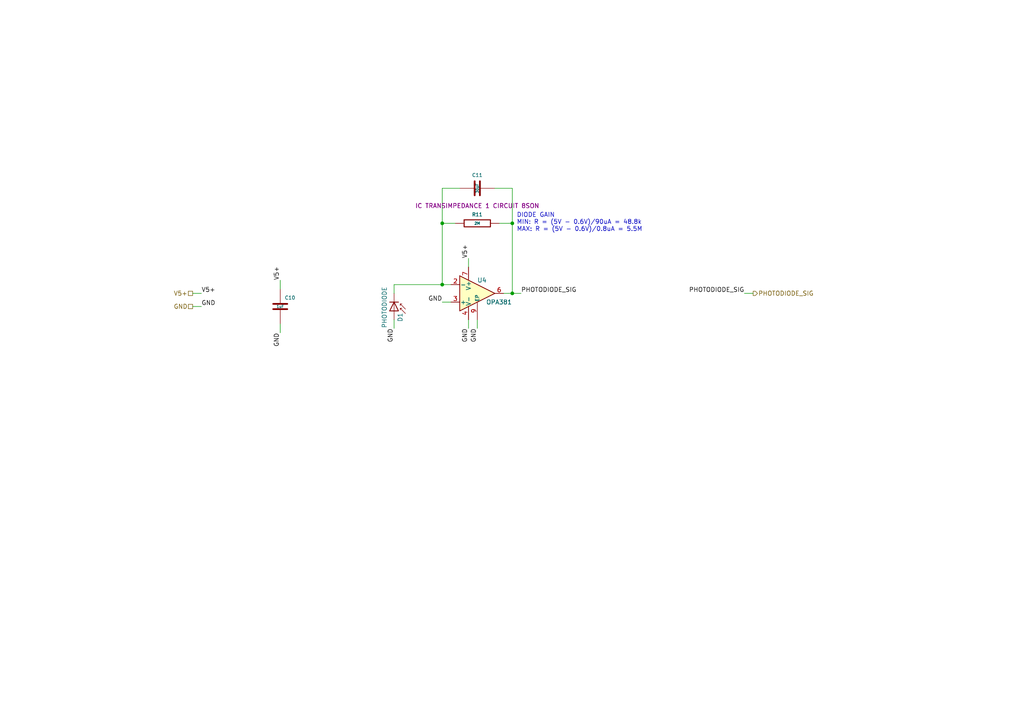
<source format=kicad_sch>
(kicad_sch (version 20250114) (generator "eeschema") (generator_version "9.0")
  (paper "A4")
  (title_block (title "farseer_pcb") (date "2023-12-14") (rev "4.0") (company "Peter Polidoro"))
  (lib_symbols
    (symbol "Janelia:C_1uF_35V_0402" (pin_numbers (hide yes)) (pin_names (offset 0.254))
      (property "Reference" "C" (at 0 2.54 0))
      (property "Value" "1uF_35V" (at 0 0 0))
      (symbol "C_1uF_35V_0402_0_1"
        (polyline (pts (xy -2.032 0.762) (xy 2.032 0.762)) (stroke (width 0.508)))
        (polyline (pts (xy -2.032 -0.762) (xy 2.032 -0.762)) (stroke (width 0.508)))
      )
      (symbol "C_1uF_35V_0402_1_1"
        (pin passive line (at 0 5.08 270) (length 4.318) (name "~") (number "1"))
        (pin passive line (at 0 -5.08 90) (length 4.318) (name "~") (number "2"))
      )
    )
    (symbol "Janelia:C_30pF_50V_0402" (pin_numbers (hide yes)) (pin_names (offset 0.254))
      (property "Reference" "C" (at 0 2.54 0))
      (property "Value" "30pF_50V" (at 0 0 0))
      (symbol "C_30pF_50V_0402_0_1"
        (polyline (pts (xy -2.032 0.762) (xy 2.032 0.762)) (stroke (width 0.508)))
        (polyline (pts (xy -2.032 -0.762) (xy 2.032 -0.762)) (stroke (width 0.508)))
      )
      (symbol "C_30pF_50V_0402_1_1"
        (pin passive line (at 0 5.08 270) (length 4.318) (name "~") (number "1"))
        (pin passive line (at 0 -5.08 90) (length 4.318) (name "~") (number "2"))
      )
    )
    (symbol "Janelia:OPA381" (pin_names (offset 0.127))
      (property "Reference" "U" (at 1.27 8.89 0))
      (property "Value" "OPA381" (at 1.27 6.35 0))
      (property "Synopsis" "IC TRANSIMPEDANCE 1 CIRCUIT 8SON" (at 0 25.4 0))
      (symbol "OPA381_0_0"
        (pin power_in line (at -2.54 7.62 270) (length 3.81) (name "V+") (number "7"))
        (pin passive line (at 0 -7.62 90) (length 5.08) (name "EP") (number "9"))
      )
      (symbol "OPA381_0_1"
        (polyline (pts (xy -5.08 5.08) (xy 5.08 0) (xy -5.08 -5.08) (xy -5.08 5.08)) (stroke (width 0.254)) (fill (type background)))
        (pin output line (at 7.62 0 180) (length 2.54) (name "~") (number "6"))
      )
      (symbol "OPA381_1_1"
        (pin input line (at -7.62 2.54 0) (length 2.54) (name "-") (number "2"))
        (pin input line (at -7.62 -2.54 0) (length 2.54) (name "+") (number "3"))
        (pin power_in line (at -2.54 -7.62 90) (length 3.81) (name "V-") (number "4"))
        (pin no_connect line (at 7.62 -2.54 180) (length 2.54) (hide yes) (name "NC") (number "1"))
        (pin no_connect line (at 7.62 -5.08 180) (length 2.54) (hide yes) (name "NC") (number "5"))
        (pin no_connect line (at 7.62 -7.62 180) (length 2.54) (hide yes) (name "NC") (number "8"))
      )
    )
    (symbol "Janelia:PHOTODIODE_940nm_RADIAL_RA_SMD_BRIGHT" (pin_numbers (hide yes)) (pin_names (hide yes))
      (property "Reference" "D" (at 0.508 1.778 0))
      (property "Value" "PHOTODIODE" (at -1.016 -2.794 0))
      (symbol "PHOTODIODE_940nm_RADIAL_RA_SMD_BRIGHT_0_1"
        (polyline (pts (xy -2.54 1.27) (xy -2.54 -1.27)) (stroke (width 0.254)))
        (polyline (pts (xy -2.032 1.778) (xy -1.524 1.778)))
        (polyline (pts (xy -0.508 3.302) (xy -2.032 1.778) (xy -2.032 2.286)))
        (polyline (pts (xy 0 0) (xy -2.54 0)))
        (polyline (pts (xy 0 -1.27) (xy 0 1.27) (xy -2.54 0) (xy 0 -1.27)) (stroke (width 0.254)))
        (polyline (pts (xy 0.762 3.302) (xy -0.762 1.778) (xy -0.762 2.286) (xy -0.762 1.778) (xy -0.254 1.778)))
      )
      (symbol "PHOTODIODE_940nm_RADIAL_RA_SMD_BRIGHT_1_1"
        (pin passive line (at -5.08 0 0) (length 2.54) (name "K") (number "1"))
        (pin passive line (at 2.54 0 180) (length 2.54) (name "A") (number "2"))
      )
    )
    (symbol "Janelia:R_2M_1206" (pin_numbers (hide yes)) (pin_names (offset 0))
      (property "Reference" "R" (at 2.032 0 90))
      (property "Value" "2M" (at 0 0 90))
      (symbol "R_2M_1206_0_1"
        (rectangle (start -1.016 3.81) (end 1.016 -3.81) (stroke (width 0.3048)))
      )
      (symbol "R_2M_1206_1_1"
        (pin passive line (at 0 6.35 270) (length 2.54) (name "~") (number "1"))
        (pin passive line (at 0 -6.35 90) (length 2.54) (name "~") (number "2"))
      )
    )
  )
  (text "DIODE GAIN\nMIN: R = (5V - 0.6V)/90uA = 48.8k\nMAX: R = (5V - 0.6V)/0.8uA = 5.5M" (at 149.86 67.31 0) (effects (font (size 1.27 1.27)) (justify left bottom)))
  (junction (at 128.27 64.77))
  (junction (at 148.59 85.09))
  (junction (at 148.59 64.77))
  (junction (at 128.27 82.55))
  (wire (pts (xy 55.88 85.09) (xy 58.42 85.09)))
  (wire (pts (xy 114.3 85.09) (xy 114.3 82.55)))
  (wire (pts (xy 138.43 92.71) (xy 138.43 95.25)))
  (wire (pts (xy 133.35 54.61) (xy 128.27 54.61)))
  (wire (pts (xy 128.27 82.55) (xy 130.81 82.55)))
  (wire (pts (xy 143.51 54.61) (xy 148.59 54.61)))
  (wire (pts (xy 114.3 92.71) (xy 114.3 95.25)))
  (wire (pts (xy 144.78 64.77) (xy 148.59 64.77)))
  (wire (pts (xy 218.44 85.09) (xy 215.9 85.09)))
  (wire (pts (xy 148.59 64.77) (xy 148.59 85.09)))
  (wire (pts (xy 148.59 85.09) (xy 151.13 85.09)))
  (wire (pts (xy 81.28 93.98) (xy 81.28 96.52)))
  (wire (pts (xy 146.05 85.09) (xy 148.59 85.09)))
  (wire (pts (xy 148.59 54.61) (xy 148.59 64.77)))
  (wire (pts (xy 135.89 92.71) (xy 135.89 95.25)))
  (wire (pts (xy 128.27 64.77) (xy 132.08 64.77)))
  (wire (pts (xy 114.3 82.55) (xy 128.27 82.55)))
  (wire (pts (xy 55.88 88.9) (xy 58.42 88.9)))
  (wire (pts (xy 135.89 77.47) (xy 135.89 74.93)))
  (wire (pts (xy 130.81 87.63) (xy 128.27 87.63)))
  (wire (pts (xy 81.28 83.82) (xy 81.28 81.28)))
  (wire (pts (xy 128.27 54.61) (xy 128.27 64.77)))
  (wire (pts (xy 128.27 64.77) (xy 128.27 82.55)))
  (label "V5+" (at 135.89 74.93 90))
  (label "GND" (at 114.3 95.25 270))
  (label "V5+" (at 81.28 81.28 90))
  (label "PHOTODIODE_SIG" (at 151.13 85.09 0))
  (label "GND" (at 81.28 96.52 270))
  (label "GND" (at 58.42 88.9 0))
  (label "GND" (at 135.89 95.25 270))
  (label "GND" (at 128.27 87.63 180))
  (label "V5+" (at 58.42 85.09 0))
  (label "PHOTODIODE_SIG" (at 215.9 85.09 180))
  (label "GND" (at 138.43 95.25 270))
  (hierarchical_label "PHOTODIODE_SIG" (shape output) (at 218.44 85.09 0))
  (hierarchical_label "V5+" (shape passive) (at 55.88 85.09 180))
  (hierarchical_label "GND" (shape passive) (at 55.88 88.9 180))
  (symbol (lib_id "Janelia:R_2M_1206") (at 138.43 64.77 90) (unit 1)
    (property "Reference" "R11" (at 138.43 62.23 90) (effects (font (size 1.016 1.016))))
    (property "Value" "2M" (at 138.43 64.77 90) (effects (font (size 0.762 0.762))))
    (property "Footprint" "Janelia:R_1206_3216Metric" (effects (hide yes)))
    (property "Vendor" "Digi-Key" (effects (hide yes)))
    (property "Vendor Part Number" "10-ERJ-PM8F2004VCT-ND" (effects (hide yes)))
    (property "Package" "1206" (effects (hide yes)))
    (property "Synopsis" "RES 2.0M OHM 1% 0.66W" (effects (hide yes)))
    (property "Manufacturer" "Panasonic Electronic Components" (effects (hide yes)))
    (property "Manufacturer Part Number" "ERJ-PM8F2004V" (effects (hide yes)))
  )
  (symbol (lib_id "Janelia:OPA381") (at 138.43 85.09 0) (unit 1) (exclude_from_sim yes)
    (property "Reference" "U4" (at 138.43 81.28 0) (effects (justify left)))
    (property "Value" "OPA381" (at 140.97 87.63 0) (effects (justify left)))
    (property "Footprint" "Janelia:VSON-8-1EP_3x3mm_P0.65mm_EP1.65x2.4mm" (effects (hide yes)))
    (property "Description" "2.7 GHz, High-Voltage, FET-Input, Low Noise, Operational Amplifier, WSON-8" (effects (hide yes)))
    (property "Vendor" "Digi-Key" (effects (hide yes)))
    (property "Vendor Part Number" "296-17363-1-ND" (effects (hide yes)))
    (property "Manufacturer" "Texas Instruments" (effects (hide yes)))
    (property "Manufacturer Part Number" "OPA381AIDRBT" (effects (hide yes)))
    (property "Synopsis" "IC TRANSIMPEDANCE 1 CIRCUIT 8SON" (at 138.43 59.69 0))
  )
  (symbol (lib_id "Janelia:PHOTODIODE_940nm_RADIAL_RA_SMD_BRIGHT") (at 114.3 90.17 270) (unit 1) (exclude_from_sim yes)
    (property "Reference" "D1" (at 116.078 90.678 0) (effects (justify left)))
    (property "Value" "PHOTODIODE" (at 111.506 89.154 0))
    (property "Footprint" "Janelia:PHOTODIODE_RADIAL_RA_SMD_BRIGHT" (effects (hide yes)))
    (property "Description" "Photodiode" (effects (hide yes)))
    (property "Vendor" "Digi-Key" (effects (hide yes)))
    (property "Vendor Part Number" "BPD-BQDA38V-FZ04CT-ND" (effects (hide yes)))
    (property "Manufacturer" "American Bright Optoelectronics Corporation" (effects (hide yes)))
    (property "Manufacturer Part Number" "BPD-BQDA38V-FZ04" (effects (hide yes)))
    (property "Synopsis" "SENSOR PHOTODIODE RADIAL" (effects (hide yes)))
  )
  (symbol (lib_id "Janelia:C_1uF_35V_0402") (at 81.28 88.9 0) (unit 1)
    (property "Reference" "C10" (at 82.55 86.36 0) (effects (font (size 1.016 1.016)) (justify left)))
    (property "Value" "1uF" (at 81.28 88.9 0) (effects (font (size 0.762 0.762))))
    (property "Footprint" "Janelia:C_0402_1005Metric" (effects (hide yes)))
    (property "Description" "1 µF ±10% 35V Ceramic Capacitor X5R 0402 (1005 Metric)" (effects (hide yes)))
    (property "Vendor" "Digi-Key" (effects (hide yes)))
    (property "Vendor Part Number" "1276-6796-1-ND" (effects (hide yes)))
    (property "Package" "0402" (effects (hide yes)))
    (property "Synopsis" "CAP CER 1UF 35V X5R" (effects (hide yes)))
    (property "Manufacturer" "Samsung Electro-Mechanics" (effects (hide yes)))
    (property "Manufacturer Part Number" "CL05A105KL5NRNC" (effects (hide yes)))
    (property "LCSC" "C307413" (effects (hide yes)))
  )
  (symbol (lib_id "Janelia:C_30pF_50V_0402") (at 138.43 54.61 90) (unit 1)
    (property "Reference" "C11" (at 138.43 50.8 90) (effects (font (size 1.016 1.016))))
    (property "Value" "30pF" (at 138.43 54.61 0) (effects (font (size 0.762 0.762))))
    (property "Footprint" "Janelia:C_0402_1005Metric" (effects (hide yes)))
    (property "Vendor" "Digi-Key" (effects (hide yes)))
    (property "Vendor Part Number" "399-C0402C300J5GACAUTOCT-ND" (effects (hide yes)))
    (property "Package" "0402" (effects (hide yes)))
    (property "Synopsis" "CAP CER 30PF 50V C0G/NP0" (effects (hide yes)))
    (property "Manufacturer" "KEMET" (effects (hide yes)))
    (property "Manufacturer Part Number" "C0402C300J5GACAUTO" (effects (hide yes)))
  )
)
</source>
